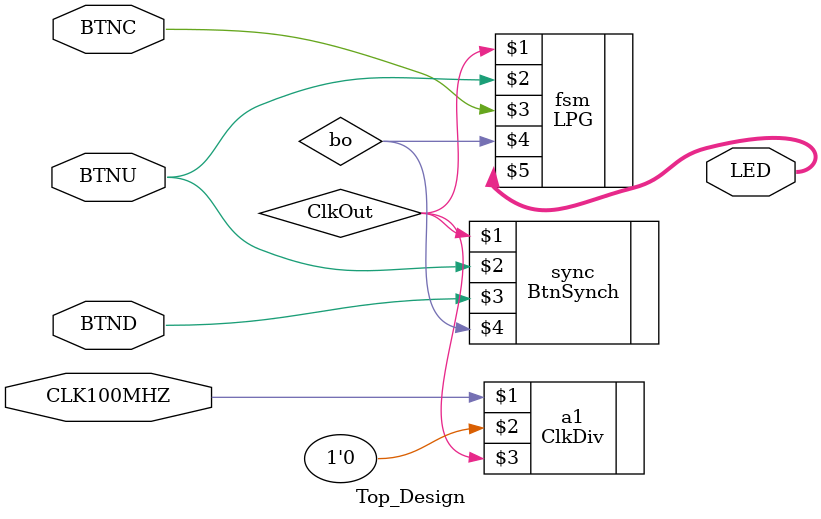
<source format=v>
`timescale 1ns / 1ps

module Top_Design(CLK100MHZ, BTNU, BTNC, BTND, LED);
    input CLK100MHZ, BTNU, BTNC, BTND;
    output [3:0] LED;
        
    // The code below is to instantiate the ClkDiv module that
	//you can use for this part	
    wire ClkOut, bo;
    ClkDiv a1(CLK100MHZ, 1'b0, ClkOut);    
    BtnSynch sync(ClkOut, BTNU, BTND, bo);    //Clock, Reset, ButtonIn, Play
    LPG fsm(ClkOut, BTNU, BTNC, bo, LED);    //Clock, Reset, Start, Play, LED

    //see figure 2 in the lab handout and add your code below to 
	//a) instantiate the Button synchronizer and make connections
	//b) instantiate the light pattern generator and make connections.		


endmodule
</source>
